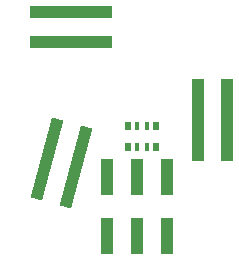
<source format=gbr>
%TF.GenerationSoftware,KiCad,Pcbnew,(5.99.0-9526-g5c17ff0595)*%
%TF.CreationDate,2021-06-06T14:51:34-05:00*%
%TF.ProjectId,BernieMittensNoChair,4265726e-6965-44d6-9974-74656e734e6f,rev?*%
%TF.SameCoordinates,Original*%
%TF.FileFunction,Paste,Bot*%
%TF.FilePolarity,Positive*%
%FSLAX46Y46*%
G04 Gerber Fmt 4.6, Leading zero omitted, Abs format (unit mm)*
G04 Created by KiCad (PCBNEW (5.99.0-9526-g5c17ff0595)) date 2021-06-06 14:51:34*
%MOMM*%
%LPD*%
G01*
G04 APERTURE LIST*
G04 Aperture macros list*
%AMRotRect*
0 Rectangle, with rotation*
0 The origin of the aperture is its center*
0 $1 length*
0 $2 width*
0 $3 Rotation angle, in degrees counterclockwise*
0 Add horizontal line*
21,1,$1,$2,0,0,$3*%
G04 Aperture macros list end*
%ADD10R,7.000000X1.000000*%
%ADD11R,0.500000X0.800000*%
%ADD12R,0.400000X0.800000*%
%ADD13R,1.000000X3.150000*%
%ADD14R,1.000000X7.000000*%
%ADD15RotRect,1.000000X7.000000X165.000000*%
G04 APERTURE END LIST*
D10*
%TO.C,D3*%
X145400000Y-85500000D03*
X145400000Y-88000000D03*
%TD*%
D11*
%TO.C,RN1*%
X152600000Y-96900000D03*
D12*
X151800000Y-96900000D03*
D11*
X150200000Y-96900000D03*
D12*
X151000000Y-96900000D03*
D11*
X152600000Y-95100000D03*
D12*
X151000000Y-95100000D03*
X151800000Y-95100000D03*
D11*
X150200000Y-95100000D03*
%TD*%
D13*
%TO.C,J1*%
X153540000Y-104450000D03*
X153540000Y-99400000D03*
X151000000Y-104450000D03*
X151000000Y-99400000D03*
X148460000Y-104450000D03*
X148460000Y-99400000D03*
%TD*%
D14*
%TO.C,D2*%
X156100000Y-94600000D03*
X158600000Y-94600000D03*
%TD*%
D15*
%TO.C,D1*%
X143385185Y-97952952D03*
X145800000Y-98600000D03*
%TD*%
M02*

</source>
